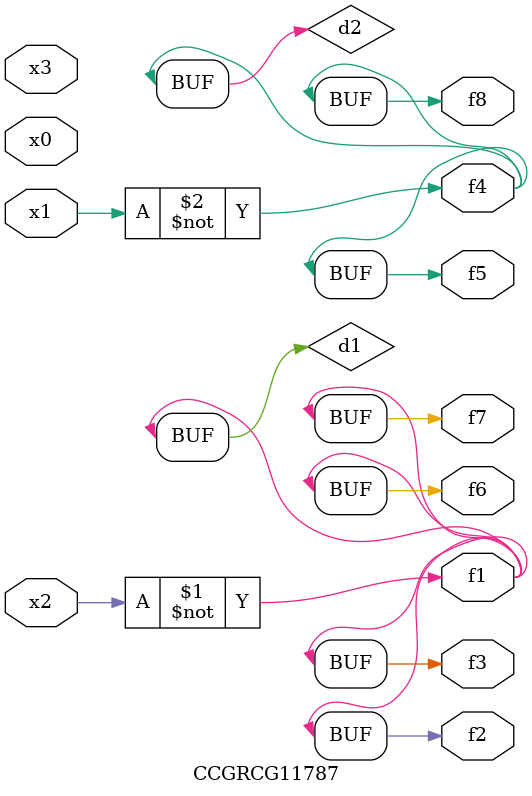
<source format=v>
module CCGRCG11787(
	input x0, x1, x2, x3,
	output f1, f2, f3, f4, f5, f6, f7, f8
);

	wire d1, d2;

	xnor (d1, x2);
	not (d2, x1);
	assign f1 = d1;
	assign f2 = d1;
	assign f3 = d1;
	assign f4 = d2;
	assign f5 = d2;
	assign f6 = d1;
	assign f7 = d1;
	assign f8 = d2;
endmodule

</source>
